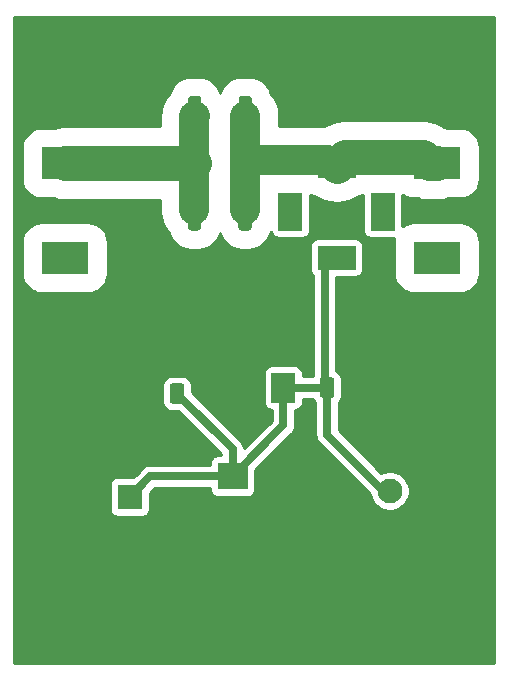
<source format=gbr>
%TF.GenerationSoftware,KiCad,Pcbnew,5.1.6-c6e7f7d~87~ubuntu20.04.1*%
%TF.CreationDate,2020-09-21T11:56:47+02:00*%
%TF.ProjectId,bias-t-extractor-smd,62696173-2d74-42d6-9578-74726163746f,rev?*%
%TF.SameCoordinates,Original*%
%TF.FileFunction,Copper,L1,Top*%
%TF.FilePolarity,Positive*%
%FSLAX46Y46*%
G04 Gerber Fmt 4.6, Leading zero omitted, Abs format (unit mm)*
G04 Created by KiCad (PCBNEW 5.1.6-c6e7f7d~87~ubuntu20.04.1) date 2020-09-21 11:56:47*
%MOMM*%
%LPD*%
G01*
G04 APERTURE LIST*
%TA.AperFunction,ComponentPad*%
%ADD10R,4.000000X2.700000*%
%TD*%
%TA.AperFunction,ComponentPad*%
%ADD11C,2.100000*%
%TD*%
%TA.AperFunction,ComponentPad*%
%ADD12R,2.100000X2.100000*%
%TD*%
%TA.AperFunction,ComponentPad*%
%ADD13C,7.500000*%
%TD*%
%TA.AperFunction,SMDPad,CuDef*%
%ADD14R,2.000000X2.500000*%
%TD*%
%TA.AperFunction,SMDPad,CuDef*%
%ADD15R,2.500000X2.300000*%
%TD*%
%TA.AperFunction,SMDPad,CuDef*%
%ADD16R,2.000000X3.200000*%
%TD*%
%TA.AperFunction,ConnectorPad*%
%ADD17R,2.000000X3.200000*%
%TD*%
%TA.AperFunction,SMDPad,CuDef*%
%ADD18R,3.200000X2.000000*%
%TD*%
%TA.AperFunction,Conductor*%
%ADD19C,0.700000*%
%TD*%
%TA.AperFunction,Conductor*%
%ADD20C,3.000000*%
%TD*%
%TA.AperFunction,Conductor*%
%ADD21C,2.500000*%
%TD*%
%TA.AperFunction,Conductor*%
%ADD22C,0.254000*%
%TD*%
G04 APERTURE END LIST*
D10*
%TO.P,J1,2*%
%TO.N,/RF-GND*%
X42000000Y-40000000D03*
%TO.P,J1,1*%
%TO.N,/RF*%
X42000000Y-32000000D03*
%TD*%
D11*
%TO.P,J2,2*%
%TO.N,/GND*%
X47500000Y-57710000D03*
D12*
%TO.P,J2,1*%
%TO.N,Net-(C2-Pad1)*%
X47500000Y-60250000D03*
%TD*%
D10*
%TO.P,J3,2*%
%TO.N,/RF-GND*%
X73500000Y-40000000D03*
%TO.P,J3,1*%
%TO.N,/RF+DC*%
X73500000Y-32000000D03*
%TD*%
D11*
%TO.P,LA1,2*%
%TO.N,Net-(C2-Pad1)*%
X69500000Y-59750000D03*
D12*
%TO.P,LA1,1*%
%TO.N,/GND*%
X69500000Y-57210000D03*
%TD*%
D13*
%TO.P,H1,1*%
%TO.N,/GND*%
X44500000Y-23500000D03*
%TD*%
%TO.P,H2,1*%
%TO.N,/GND*%
X71000000Y-70500000D03*
%TD*%
%TO.P,H3,1*%
%TO.N,/GND*%
X44500000Y-70500000D03*
%TD*%
%TO.P,H4,1*%
%TO.N,/GND*%
X71000000Y-23500000D03*
%TD*%
%TO.P,C1,1*%
%TO.N,/RF+DC*%
%TA.AperFunction,SMDPad,CuDef*%
G36*
G01*
X57812500Y-34549999D02*
X57812500Y-37450001D01*
G75*
G02*
X57562501Y-37700000I-249999J0D01*
G01*
X56937499Y-37700000D01*
G75*
G02*
X56687500Y-37450001I0J249999D01*
G01*
X56687500Y-34549999D01*
G75*
G02*
X56937499Y-34300000I249999J0D01*
G01*
X57562501Y-34300000D01*
G75*
G02*
X57812500Y-34549999I0J-249999D01*
G01*
G37*
%TD.AperFunction*%
%TO.P,C1,2*%
%TO.N,/RF*%
%TA.AperFunction,SMDPad,CuDef*%
G36*
G01*
X53537500Y-34549999D02*
X53537500Y-37450001D01*
G75*
G02*
X53287501Y-37700000I-249999J0D01*
G01*
X52662499Y-37700000D01*
G75*
G02*
X52412500Y-37450001I0J249999D01*
G01*
X52412500Y-34549999D01*
G75*
G02*
X52662499Y-34300000I249999J0D01*
G01*
X53287501Y-34300000D01*
G75*
G02*
X53537500Y-34549999I0J-249999D01*
G01*
G37*
%TD.AperFunction*%
%TD*%
%TO.P,C2,2*%
%TO.N,/GND*%
%TA.AperFunction,SMDPad,CuDef*%
G36*
G01*
X49325000Y-50875000D02*
X49325000Y-52125000D01*
G75*
G02*
X49075000Y-52375000I-250000J0D01*
G01*
X48325000Y-52375000D01*
G75*
G02*
X48075000Y-52125000I0J250000D01*
G01*
X48075000Y-50875000D01*
G75*
G02*
X48325000Y-50625000I250000J0D01*
G01*
X49075000Y-50625000D01*
G75*
G02*
X49325000Y-50875000I0J-250000D01*
G01*
G37*
%TD.AperFunction*%
%TO.P,C2,1*%
%TO.N,Net-(C2-Pad1)*%
%TA.AperFunction,SMDPad,CuDef*%
G36*
G01*
X52125000Y-50875000D02*
X52125000Y-52125000D01*
G75*
G02*
X51875000Y-52375000I-250000J0D01*
G01*
X51125000Y-52375000D01*
G75*
G02*
X50875000Y-52125000I0J250000D01*
G01*
X50875000Y-50875000D01*
G75*
G02*
X51125000Y-50625000I250000J0D01*
G01*
X51875000Y-50625000D01*
G75*
G02*
X52125000Y-50875000I0J-250000D01*
G01*
G37*
%TD.AperFunction*%
%TD*%
%TO.P,C3,1*%
%TO.N,Net-(C2-Pad1)*%
%TA.AperFunction,SMDPad,CuDef*%
G36*
G01*
X63575000Y-51625000D02*
X63575000Y-50375000D01*
G75*
G02*
X63825000Y-50125000I250000J0D01*
G01*
X64575000Y-50125000D01*
G75*
G02*
X64825000Y-50375000I0J-250000D01*
G01*
X64825000Y-51625000D01*
G75*
G02*
X64575000Y-51875000I-250000J0D01*
G01*
X63825000Y-51875000D01*
G75*
G02*
X63575000Y-51625000I0J250000D01*
G01*
G37*
%TD.AperFunction*%
%TO.P,C3,2*%
%TO.N,/GND*%
%TA.AperFunction,SMDPad,CuDef*%
G36*
G01*
X66375000Y-51625000D02*
X66375000Y-50375000D01*
G75*
G02*
X66625000Y-50125000I250000J0D01*
G01*
X67375000Y-50125000D01*
G75*
G02*
X67625000Y-50375000I0J-250000D01*
G01*
X67625000Y-51625000D01*
G75*
G02*
X67375000Y-51875000I-250000J0D01*
G01*
X66625000Y-51875000D01*
G75*
G02*
X66375000Y-51625000I0J250000D01*
G01*
G37*
%TD.AperFunction*%
%TD*%
D14*
%TO.P,C4,1*%
%TO.N,Net-(C2-Pad1)*%
X60500000Y-51000000D03*
%TO.P,C4,2*%
%TO.N,/GND*%
X55000000Y-51000000D03*
%TD*%
%TO.P,C5,1*%
%TO.N,/RF+DC*%
%TA.AperFunction,SMDPad,CuDef*%
G36*
G01*
X57812500Y-30549999D02*
X57812500Y-33450001D01*
G75*
G02*
X57562501Y-33700000I-249999J0D01*
G01*
X56937499Y-33700000D01*
G75*
G02*
X56687500Y-33450001I0J249999D01*
G01*
X56687500Y-30549999D01*
G75*
G02*
X56937499Y-30300000I249999J0D01*
G01*
X57562501Y-30300000D01*
G75*
G02*
X57812500Y-30549999I0J-249999D01*
G01*
G37*
%TD.AperFunction*%
%TO.P,C5,2*%
%TO.N,/RF*%
%TA.AperFunction,SMDPad,CuDef*%
G36*
G01*
X53537500Y-30549999D02*
X53537500Y-33450001D01*
G75*
G02*
X53287501Y-33700000I-249999J0D01*
G01*
X52662499Y-33700000D01*
G75*
G02*
X52412500Y-33450001I0J249999D01*
G01*
X52412500Y-30549999D01*
G75*
G02*
X52662499Y-30300000I249999J0D01*
G01*
X53287501Y-30300000D01*
G75*
G02*
X53537500Y-30549999I0J-249999D01*
G01*
G37*
%TD.AperFunction*%
%TD*%
%TO.P,C6,2*%
%TO.N,/RF*%
%TA.AperFunction,SMDPad,CuDef*%
G36*
G01*
X53562500Y-26549999D02*
X53562500Y-29450001D01*
G75*
G02*
X53312501Y-29700000I-249999J0D01*
G01*
X52687499Y-29700000D01*
G75*
G02*
X52437500Y-29450001I0J249999D01*
G01*
X52437500Y-26549999D01*
G75*
G02*
X52687499Y-26300000I249999J0D01*
G01*
X53312501Y-26300000D01*
G75*
G02*
X53562500Y-26549999I0J-249999D01*
G01*
G37*
%TD.AperFunction*%
%TO.P,C6,1*%
%TO.N,/RF+DC*%
%TA.AperFunction,SMDPad,CuDef*%
G36*
G01*
X57837500Y-26549999D02*
X57837500Y-29450001D01*
G75*
G02*
X57587501Y-29700000I-249999J0D01*
G01*
X56962499Y-29700000D01*
G75*
G02*
X56712500Y-29450001I0J249999D01*
G01*
X56712500Y-26549999D01*
G75*
G02*
X56962499Y-26300000I249999J0D01*
G01*
X57587501Y-26300000D01*
G75*
G02*
X57837500Y-26549999I0J-249999D01*
G01*
G37*
%TD.AperFunction*%
%TD*%
D15*
%TO.P,D1,1*%
%TO.N,Net-(C2-Pad1)*%
X56200000Y-58500000D03*
%TO.P,D1,2*%
%TO.N,/GND*%
X60500000Y-58500000D03*
%TD*%
D16*
%TO.P,L2,4*%
%TO.N,N/C*%
X68900000Y-36100000D03*
D17*
%TO.P,L2,3*%
X61100000Y-36100000D03*
D18*
%TO.P,L2,2*%
%TO.N,Net-(C2-Pad1)*%
X65000000Y-40000000D03*
%TO.P,L2,1*%
%TO.N,/RF+DC*%
X65000000Y-32200000D03*
%TD*%
D19*
%TO.N,/RF+DC*%
X64200000Y-32000000D02*
X64000000Y-32200000D01*
X57450000Y-32200000D02*
X57250000Y-32000000D01*
D20*
X72300001Y-31499999D02*
X65700001Y-31499999D01*
X72800002Y-32000000D02*
X72300001Y-31499999D01*
X73500000Y-32000000D02*
X72800002Y-32000000D01*
X65000000Y-32200000D02*
X65700001Y-31499999D01*
D21*
X57500001Y-31749999D02*
X57250000Y-32000000D01*
X64300001Y-31749999D02*
X57500001Y-31749999D01*
X64750002Y-32200000D02*
X64300001Y-31749999D01*
X65000000Y-32200000D02*
X64750002Y-32200000D01*
X57275000Y-31975000D02*
X57250000Y-32000000D01*
X57275000Y-28000000D02*
X57275000Y-31975000D01*
X57250000Y-32000000D02*
X57250000Y-36000000D01*
D20*
%TO.N,/RF*%
X52975000Y-32000000D02*
X42000000Y-32000000D01*
D21*
X52975000Y-36000000D02*
X52975000Y-32000000D01*
X52975000Y-28025000D02*
X53000000Y-28000000D01*
X52975000Y-32000000D02*
X52975000Y-28025000D01*
D19*
%TO.N,/GND*%
X67000000Y-54710000D02*
X69500000Y-57210000D01*
X67000000Y-51000000D02*
X67000000Y-54710000D01*
X48700000Y-56510000D02*
X47500000Y-57710000D01*
X48700000Y-51500000D02*
X48700000Y-56510000D01*
%TO.N,Net-(C2-Pad1)*%
X64000000Y-50800000D02*
X64200000Y-51000000D01*
X64000000Y-40000000D02*
X64000000Y-50800000D01*
X64200000Y-51000000D02*
X60500000Y-51000000D01*
X68949998Y-59750000D02*
X69500000Y-59750000D01*
X64200000Y-55000002D02*
X68949998Y-59750000D01*
X64200000Y-51000000D02*
X64200000Y-55000002D01*
X60500000Y-54200000D02*
X56200000Y-58500000D01*
X60500000Y-51000000D02*
X60500000Y-54200000D01*
X56200000Y-56200000D02*
X51500000Y-51500000D01*
X56200000Y-58500000D02*
X56200000Y-56200000D01*
X49250000Y-58500000D02*
X47500000Y-60250000D01*
X56200000Y-58500000D02*
X49250000Y-58500000D01*
%TD*%
D22*
%TO.N,/GND*%
G36*
X78340001Y-74340000D02*
G01*
X37660000Y-74340000D01*
X37660000Y-59200000D01*
X45811928Y-59200000D01*
X45811928Y-61300000D01*
X45824188Y-61424482D01*
X45860498Y-61544180D01*
X45919463Y-61654494D01*
X45998815Y-61751185D01*
X46095506Y-61830537D01*
X46205820Y-61889502D01*
X46325518Y-61925812D01*
X46450000Y-61938072D01*
X48550000Y-61938072D01*
X48674482Y-61925812D01*
X48794180Y-61889502D01*
X48904494Y-61830537D01*
X49001185Y-61751185D01*
X49080537Y-61654494D01*
X49139502Y-61544180D01*
X49175812Y-61424482D01*
X49188072Y-61300000D01*
X49188072Y-59954929D01*
X49658001Y-59485000D01*
X54311928Y-59485000D01*
X54311928Y-59650000D01*
X54324188Y-59774482D01*
X54360498Y-59894180D01*
X54419463Y-60004494D01*
X54498815Y-60101185D01*
X54595506Y-60180537D01*
X54705820Y-60239502D01*
X54825518Y-60275812D01*
X54950000Y-60288072D01*
X57450000Y-60288072D01*
X57574482Y-60275812D01*
X57694180Y-60239502D01*
X57804494Y-60180537D01*
X57901185Y-60101185D01*
X57980537Y-60004494D01*
X58039502Y-59894180D01*
X58075812Y-59774482D01*
X58088072Y-59650000D01*
X58088072Y-58004928D01*
X61162284Y-54930716D01*
X61199870Y-54899870D01*
X61322960Y-54749884D01*
X61414424Y-54578767D01*
X61470747Y-54393094D01*
X61485000Y-54248380D01*
X61489765Y-54200001D01*
X61485000Y-54151621D01*
X61485000Y-52888072D01*
X61500000Y-52888072D01*
X61624482Y-52875812D01*
X61744180Y-52839502D01*
X61854494Y-52780537D01*
X61951185Y-52701185D01*
X62030537Y-52604494D01*
X62089502Y-52494180D01*
X62125812Y-52374482D01*
X62138072Y-52250000D01*
X62138072Y-51985000D01*
X63015298Y-51985000D01*
X63086595Y-52118386D01*
X63197038Y-52252962D01*
X63215000Y-52267703D01*
X63215001Y-54951612D01*
X63210235Y-55000002D01*
X63229253Y-55193095D01*
X63285576Y-55378768D01*
X63285577Y-55378769D01*
X63377041Y-55549886D01*
X63500131Y-55699872D01*
X63537711Y-55730713D01*
X67837855Y-60030858D01*
X67879754Y-60241496D01*
X68006772Y-60548147D01*
X68191175Y-60824125D01*
X68425875Y-61058825D01*
X68701853Y-61243228D01*
X69008504Y-61370246D01*
X69334042Y-61435000D01*
X69665958Y-61435000D01*
X69991496Y-61370246D01*
X70298147Y-61243228D01*
X70574125Y-61058825D01*
X70808825Y-60824125D01*
X70993228Y-60548147D01*
X71120246Y-60241496D01*
X71185000Y-59915958D01*
X71185000Y-59584042D01*
X71120246Y-59258504D01*
X70993228Y-58951853D01*
X70808825Y-58675875D01*
X70574125Y-58441175D01*
X70298147Y-58256772D01*
X69991496Y-58129754D01*
X69665958Y-58065000D01*
X69334042Y-58065000D01*
X69008504Y-58129754D01*
X68806447Y-58213448D01*
X65185000Y-54592002D01*
X65185000Y-52267703D01*
X65202962Y-52252962D01*
X65313405Y-52118386D01*
X65395472Y-51964850D01*
X65446008Y-51798254D01*
X65463072Y-51625000D01*
X65463072Y-50375000D01*
X65446008Y-50201746D01*
X65395472Y-50035150D01*
X65313405Y-49881614D01*
X65202962Y-49747038D01*
X65068386Y-49636595D01*
X64985000Y-49592024D01*
X64985000Y-41638072D01*
X66600000Y-41638072D01*
X66724482Y-41625812D01*
X66844180Y-41589502D01*
X66954494Y-41530537D01*
X67051185Y-41451185D01*
X67130537Y-41354494D01*
X67189502Y-41244180D01*
X67225812Y-41124482D01*
X67238072Y-41000000D01*
X67238072Y-39000000D01*
X67225812Y-38875518D01*
X67189502Y-38755820D01*
X67130537Y-38645506D01*
X67051185Y-38548815D01*
X66954494Y-38469463D01*
X66844180Y-38410498D01*
X66724482Y-38374188D01*
X66600000Y-38361928D01*
X63400000Y-38361928D01*
X63275518Y-38374188D01*
X63155820Y-38410498D01*
X63045506Y-38469463D01*
X62948815Y-38548815D01*
X62869463Y-38645506D01*
X62810498Y-38755820D01*
X62774188Y-38875518D01*
X62761928Y-39000000D01*
X62761928Y-41000000D01*
X62774188Y-41124482D01*
X62810498Y-41244180D01*
X62869463Y-41354494D01*
X62948815Y-41451185D01*
X63015000Y-41505502D01*
X63015001Y-50015000D01*
X62138072Y-50015000D01*
X62138072Y-49750000D01*
X62125812Y-49625518D01*
X62089502Y-49505820D01*
X62030537Y-49395506D01*
X61951185Y-49298815D01*
X61854494Y-49219463D01*
X61744180Y-49160498D01*
X61624482Y-49124188D01*
X61500000Y-49111928D01*
X59500000Y-49111928D01*
X59375518Y-49124188D01*
X59255820Y-49160498D01*
X59145506Y-49219463D01*
X59048815Y-49298815D01*
X58969463Y-49395506D01*
X58910498Y-49505820D01*
X58874188Y-49625518D01*
X58861928Y-49750000D01*
X58861928Y-52250000D01*
X58874188Y-52374482D01*
X58910498Y-52494180D01*
X58969463Y-52604494D01*
X59048815Y-52701185D01*
X59145506Y-52780537D01*
X59255820Y-52839502D01*
X59375518Y-52875812D01*
X59500000Y-52888072D01*
X59515001Y-52888072D01*
X59515001Y-53791999D01*
X57182344Y-56124656D01*
X57170747Y-56006906D01*
X57114424Y-55821233D01*
X57022960Y-55650116D01*
X56899870Y-55500130D01*
X56862290Y-55469289D01*
X52763072Y-51370072D01*
X52763072Y-50875000D01*
X52746008Y-50701746D01*
X52695472Y-50535150D01*
X52613405Y-50381614D01*
X52502962Y-50247038D01*
X52368386Y-50136595D01*
X52214850Y-50054528D01*
X52048254Y-50003992D01*
X51875000Y-49986928D01*
X51125000Y-49986928D01*
X50951746Y-50003992D01*
X50785150Y-50054528D01*
X50631614Y-50136595D01*
X50497038Y-50247038D01*
X50386595Y-50381614D01*
X50304528Y-50535150D01*
X50253992Y-50701746D01*
X50236928Y-50875000D01*
X50236928Y-52125000D01*
X50253992Y-52298254D01*
X50304528Y-52464850D01*
X50386595Y-52618386D01*
X50497038Y-52752962D01*
X50631614Y-52863405D01*
X50785150Y-52945472D01*
X50951746Y-52996008D01*
X51125000Y-53013072D01*
X51620072Y-53013072D01*
X55215001Y-56608002D01*
X55215001Y-56711928D01*
X54950000Y-56711928D01*
X54825518Y-56724188D01*
X54705820Y-56760498D01*
X54595506Y-56819463D01*
X54498815Y-56898815D01*
X54419463Y-56995506D01*
X54360498Y-57105820D01*
X54324188Y-57225518D01*
X54311928Y-57350000D01*
X54311928Y-57515000D01*
X49298380Y-57515000D01*
X49250000Y-57510235D01*
X49201620Y-57515000D01*
X49056906Y-57529253D01*
X48871233Y-57585576D01*
X48700116Y-57677040D01*
X48550130Y-57800130D01*
X48519289Y-57837710D01*
X47795071Y-58561928D01*
X46450000Y-58561928D01*
X46325518Y-58574188D01*
X46205820Y-58610498D01*
X46095506Y-58669463D01*
X45998815Y-58748815D01*
X45919463Y-58845506D01*
X45860498Y-58955820D01*
X45824188Y-59075518D01*
X45811928Y-59200000D01*
X37660000Y-59200000D01*
X37660000Y-38650000D01*
X38365128Y-38650000D01*
X38365128Y-41350000D01*
X38396542Y-41668948D01*
X38489575Y-41975638D01*
X38640654Y-42258286D01*
X38843971Y-42506029D01*
X39091714Y-42709346D01*
X39374362Y-42860425D01*
X39681052Y-42953458D01*
X40000000Y-42984872D01*
X44000000Y-42984872D01*
X44318948Y-42953458D01*
X44625638Y-42860425D01*
X44908286Y-42709346D01*
X45156029Y-42506029D01*
X45359346Y-42258286D01*
X45510425Y-41975638D01*
X45603458Y-41668948D01*
X45634872Y-41350000D01*
X45634872Y-38650000D01*
X45603458Y-38331052D01*
X45510425Y-38024362D01*
X45359346Y-37741714D01*
X45156029Y-37493971D01*
X44908286Y-37290654D01*
X44625638Y-37139575D01*
X44318948Y-37046542D01*
X44000000Y-37015128D01*
X40000000Y-37015128D01*
X39681052Y-37046542D01*
X39374362Y-37139575D01*
X39091714Y-37290654D01*
X38843971Y-37493971D01*
X38640654Y-37741714D01*
X38489575Y-38024362D01*
X38396542Y-38331052D01*
X38365128Y-38650000D01*
X37660000Y-38650000D01*
X37660000Y-30650000D01*
X38365128Y-30650000D01*
X38365128Y-33350000D01*
X38396542Y-33668948D01*
X38489575Y-33975638D01*
X38640654Y-34258286D01*
X38843971Y-34506029D01*
X39091714Y-34709346D01*
X39374362Y-34860425D01*
X39681052Y-34953458D01*
X40000000Y-34984872D01*
X41067620Y-34984872D01*
X41387001Y-35081755D01*
X41846382Y-35127000D01*
X50098000Y-35127000D01*
X50098000Y-36141332D01*
X50139628Y-36563990D01*
X50304138Y-37106306D01*
X50571288Y-37606108D01*
X50854240Y-37950886D01*
X50921105Y-38171310D01*
X51095286Y-38497179D01*
X51329694Y-38782806D01*
X51615321Y-39017214D01*
X51941190Y-39191395D01*
X52294779Y-39298655D01*
X52662499Y-39334872D01*
X53287501Y-39334872D01*
X53655221Y-39298655D01*
X54008810Y-39191395D01*
X54334679Y-39017214D01*
X54620306Y-38782806D01*
X54854714Y-38497179D01*
X55028895Y-38171310D01*
X55095760Y-37950886D01*
X55112500Y-37930488D01*
X55129240Y-37950886D01*
X55196105Y-38171310D01*
X55370286Y-38497179D01*
X55604694Y-38782806D01*
X55890321Y-39017214D01*
X56216190Y-39191395D01*
X56569779Y-39298655D01*
X56937499Y-39334872D01*
X57562501Y-39334872D01*
X57930221Y-39298655D01*
X58283810Y-39191395D01*
X58609679Y-39017214D01*
X58895306Y-38782806D01*
X59129714Y-38497179D01*
X59303895Y-38171310D01*
X59370759Y-37950888D01*
X59474272Y-37824758D01*
X59510498Y-37944180D01*
X59569463Y-38054494D01*
X59648815Y-38151185D01*
X59745506Y-38230537D01*
X59855820Y-38289502D01*
X59975518Y-38325812D01*
X60100000Y-38338072D01*
X62100000Y-38338072D01*
X62224482Y-38325812D01*
X62344180Y-38289502D01*
X62454494Y-38230537D01*
X62551185Y-38151185D01*
X62630537Y-38054494D01*
X62689502Y-37944180D01*
X62725812Y-37824482D01*
X62738072Y-37700000D01*
X62738072Y-34691028D01*
X62774362Y-34710425D01*
X63081052Y-34803458D01*
X63272534Y-34822318D01*
X63797559Y-35102949D01*
X64387001Y-35281755D01*
X65000000Y-35342129D01*
X65612999Y-35281755D01*
X66202441Y-35102949D01*
X66727466Y-34822318D01*
X66918948Y-34803458D01*
X67225638Y-34710425D01*
X67261928Y-34691028D01*
X67261928Y-37700000D01*
X67274188Y-37824482D01*
X67310498Y-37944180D01*
X67369463Y-38054494D01*
X67448815Y-38151185D01*
X67545506Y-38230537D01*
X67655820Y-38289502D01*
X67775518Y-38325812D01*
X67900000Y-38338072D01*
X69895851Y-38338072D01*
X69865128Y-38650000D01*
X69865128Y-41350000D01*
X69896542Y-41668948D01*
X69989575Y-41975638D01*
X70140654Y-42258286D01*
X70343971Y-42506029D01*
X70591714Y-42709346D01*
X70874362Y-42860425D01*
X71181052Y-42953458D01*
X71500000Y-42984872D01*
X75500000Y-42984872D01*
X75818948Y-42953458D01*
X76125638Y-42860425D01*
X76408286Y-42709346D01*
X76656029Y-42506029D01*
X76859346Y-42258286D01*
X77010425Y-41975638D01*
X77103458Y-41668948D01*
X77134872Y-41350000D01*
X77134872Y-38650000D01*
X77103458Y-38331052D01*
X77010425Y-38024362D01*
X76859346Y-37741714D01*
X76656029Y-37493971D01*
X76408286Y-37290654D01*
X76125638Y-37139575D01*
X75818948Y-37046542D01*
X75500000Y-37015128D01*
X71500000Y-37015128D01*
X71181052Y-37046542D01*
X70874362Y-37139575D01*
X70591714Y-37290654D01*
X70538072Y-37334677D01*
X70538072Y-34665323D01*
X70591714Y-34709346D01*
X70874362Y-34860425D01*
X71181052Y-34953458D01*
X71500000Y-34984872D01*
X71867622Y-34984872D01*
X72187003Y-35081755D01*
X72646384Y-35127000D01*
X72646391Y-35127000D01*
X72800001Y-35142129D01*
X72953611Y-35127000D01*
X73653618Y-35127000D01*
X74112999Y-35081755D01*
X74432380Y-34984872D01*
X75500000Y-34984872D01*
X75818948Y-34953458D01*
X76125638Y-34860425D01*
X76408286Y-34709346D01*
X76656029Y-34506029D01*
X76859346Y-34258286D01*
X77010425Y-33975638D01*
X77103458Y-33668948D01*
X77134872Y-33350000D01*
X77134872Y-30650000D01*
X77103458Y-30331052D01*
X77010425Y-30024362D01*
X76859346Y-29741714D01*
X76656029Y-29493971D01*
X76408286Y-29290654D01*
X76125638Y-29139575D01*
X75818948Y-29046542D01*
X75500000Y-29015128D01*
X74432380Y-29015128D01*
X74112999Y-28918245D01*
X74079186Y-28914915D01*
X74045675Y-28887413D01*
X73502442Y-28597049D01*
X72913000Y-28418244D01*
X72453619Y-28372999D01*
X72453611Y-28372999D01*
X72300001Y-28357870D01*
X72146391Y-28372999D01*
X65853611Y-28372999D01*
X65700001Y-28357870D01*
X65546391Y-28372999D01*
X65546383Y-28372999D01*
X65140699Y-28412955D01*
X65087001Y-28418244D01*
X64949812Y-28459860D01*
X64497560Y-28597049D01*
X63981294Y-28872999D01*
X60152000Y-28872999D01*
X60152000Y-27858667D01*
X60110372Y-27436009D01*
X59945862Y-26893693D01*
X59678712Y-26393891D01*
X59395760Y-26049114D01*
X59328895Y-25828690D01*
X59154714Y-25502821D01*
X58920306Y-25217194D01*
X58634679Y-24982786D01*
X58308810Y-24808605D01*
X57955221Y-24701345D01*
X57587501Y-24665128D01*
X56962499Y-24665128D01*
X56594779Y-24701345D01*
X56241190Y-24808605D01*
X55915321Y-24982786D01*
X55629694Y-25217194D01*
X55395286Y-25502821D01*
X55221105Y-25828690D01*
X55154240Y-26049114D01*
X55137500Y-26069512D01*
X55120760Y-26049115D01*
X55053895Y-25828690D01*
X54879714Y-25502821D01*
X54645306Y-25217194D01*
X54359679Y-24982786D01*
X54033810Y-24808605D01*
X53680221Y-24701345D01*
X53312501Y-24665128D01*
X52687499Y-24665128D01*
X52319779Y-24701345D01*
X51966190Y-24808605D01*
X51640321Y-24982786D01*
X51354694Y-25217194D01*
X51120286Y-25502821D01*
X50946105Y-25828690D01*
X50881869Y-26040448D01*
X50571289Y-26418891D01*
X50304139Y-26918693D01*
X50147213Y-27436010D01*
X50139629Y-27461010D01*
X50084081Y-28025000D01*
X50098001Y-28166332D01*
X50098001Y-28873000D01*
X41846382Y-28873000D01*
X41387001Y-28918245D01*
X41067620Y-29015128D01*
X40000000Y-29015128D01*
X39681052Y-29046542D01*
X39374362Y-29139575D01*
X39091714Y-29290654D01*
X38843971Y-29493971D01*
X38640654Y-29741714D01*
X38489575Y-30024362D01*
X38396542Y-30331052D01*
X38365128Y-30650000D01*
X37660000Y-30650000D01*
X37660000Y-19660000D01*
X78340000Y-19660000D01*
X78340001Y-74340000D01*
G37*
X78340001Y-74340000D02*
X37660000Y-74340000D01*
X37660000Y-59200000D01*
X45811928Y-59200000D01*
X45811928Y-61300000D01*
X45824188Y-61424482D01*
X45860498Y-61544180D01*
X45919463Y-61654494D01*
X45998815Y-61751185D01*
X46095506Y-61830537D01*
X46205820Y-61889502D01*
X46325518Y-61925812D01*
X46450000Y-61938072D01*
X48550000Y-61938072D01*
X48674482Y-61925812D01*
X48794180Y-61889502D01*
X48904494Y-61830537D01*
X49001185Y-61751185D01*
X49080537Y-61654494D01*
X49139502Y-61544180D01*
X49175812Y-61424482D01*
X49188072Y-61300000D01*
X49188072Y-59954929D01*
X49658001Y-59485000D01*
X54311928Y-59485000D01*
X54311928Y-59650000D01*
X54324188Y-59774482D01*
X54360498Y-59894180D01*
X54419463Y-60004494D01*
X54498815Y-60101185D01*
X54595506Y-60180537D01*
X54705820Y-60239502D01*
X54825518Y-60275812D01*
X54950000Y-60288072D01*
X57450000Y-60288072D01*
X57574482Y-60275812D01*
X57694180Y-60239502D01*
X57804494Y-60180537D01*
X57901185Y-60101185D01*
X57980537Y-60004494D01*
X58039502Y-59894180D01*
X58075812Y-59774482D01*
X58088072Y-59650000D01*
X58088072Y-58004928D01*
X61162284Y-54930716D01*
X61199870Y-54899870D01*
X61322960Y-54749884D01*
X61414424Y-54578767D01*
X61470747Y-54393094D01*
X61485000Y-54248380D01*
X61489765Y-54200001D01*
X61485000Y-54151621D01*
X61485000Y-52888072D01*
X61500000Y-52888072D01*
X61624482Y-52875812D01*
X61744180Y-52839502D01*
X61854494Y-52780537D01*
X61951185Y-52701185D01*
X62030537Y-52604494D01*
X62089502Y-52494180D01*
X62125812Y-52374482D01*
X62138072Y-52250000D01*
X62138072Y-51985000D01*
X63015298Y-51985000D01*
X63086595Y-52118386D01*
X63197038Y-52252962D01*
X63215000Y-52267703D01*
X63215001Y-54951612D01*
X63210235Y-55000002D01*
X63229253Y-55193095D01*
X63285576Y-55378768D01*
X63285577Y-55378769D01*
X63377041Y-55549886D01*
X63500131Y-55699872D01*
X63537711Y-55730713D01*
X67837855Y-60030858D01*
X67879754Y-60241496D01*
X68006772Y-60548147D01*
X68191175Y-60824125D01*
X68425875Y-61058825D01*
X68701853Y-61243228D01*
X69008504Y-61370246D01*
X69334042Y-61435000D01*
X69665958Y-61435000D01*
X69991496Y-61370246D01*
X70298147Y-61243228D01*
X70574125Y-61058825D01*
X70808825Y-60824125D01*
X70993228Y-60548147D01*
X71120246Y-60241496D01*
X71185000Y-59915958D01*
X71185000Y-59584042D01*
X71120246Y-59258504D01*
X70993228Y-58951853D01*
X70808825Y-58675875D01*
X70574125Y-58441175D01*
X70298147Y-58256772D01*
X69991496Y-58129754D01*
X69665958Y-58065000D01*
X69334042Y-58065000D01*
X69008504Y-58129754D01*
X68806447Y-58213448D01*
X65185000Y-54592002D01*
X65185000Y-52267703D01*
X65202962Y-52252962D01*
X65313405Y-52118386D01*
X65395472Y-51964850D01*
X65446008Y-51798254D01*
X65463072Y-51625000D01*
X65463072Y-50375000D01*
X65446008Y-50201746D01*
X65395472Y-50035150D01*
X65313405Y-49881614D01*
X65202962Y-49747038D01*
X65068386Y-49636595D01*
X64985000Y-49592024D01*
X64985000Y-41638072D01*
X66600000Y-41638072D01*
X66724482Y-41625812D01*
X66844180Y-41589502D01*
X66954494Y-41530537D01*
X67051185Y-41451185D01*
X67130537Y-41354494D01*
X67189502Y-41244180D01*
X67225812Y-41124482D01*
X67238072Y-41000000D01*
X67238072Y-39000000D01*
X67225812Y-38875518D01*
X67189502Y-38755820D01*
X67130537Y-38645506D01*
X67051185Y-38548815D01*
X66954494Y-38469463D01*
X66844180Y-38410498D01*
X66724482Y-38374188D01*
X66600000Y-38361928D01*
X63400000Y-38361928D01*
X63275518Y-38374188D01*
X63155820Y-38410498D01*
X63045506Y-38469463D01*
X62948815Y-38548815D01*
X62869463Y-38645506D01*
X62810498Y-38755820D01*
X62774188Y-38875518D01*
X62761928Y-39000000D01*
X62761928Y-41000000D01*
X62774188Y-41124482D01*
X62810498Y-41244180D01*
X62869463Y-41354494D01*
X62948815Y-41451185D01*
X63015000Y-41505502D01*
X63015001Y-50015000D01*
X62138072Y-50015000D01*
X62138072Y-49750000D01*
X62125812Y-49625518D01*
X62089502Y-49505820D01*
X62030537Y-49395506D01*
X61951185Y-49298815D01*
X61854494Y-49219463D01*
X61744180Y-49160498D01*
X61624482Y-49124188D01*
X61500000Y-49111928D01*
X59500000Y-49111928D01*
X59375518Y-49124188D01*
X59255820Y-49160498D01*
X59145506Y-49219463D01*
X59048815Y-49298815D01*
X58969463Y-49395506D01*
X58910498Y-49505820D01*
X58874188Y-49625518D01*
X58861928Y-49750000D01*
X58861928Y-52250000D01*
X58874188Y-52374482D01*
X58910498Y-52494180D01*
X58969463Y-52604494D01*
X59048815Y-52701185D01*
X59145506Y-52780537D01*
X59255820Y-52839502D01*
X59375518Y-52875812D01*
X59500000Y-52888072D01*
X59515001Y-52888072D01*
X59515001Y-53791999D01*
X57182344Y-56124656D01*
X57170747Y-56006906D01*
X57114424Y-55821233D01*
X57022960Y-55650116D01*
X56899870Y-55500130D01*
X56862290Y-55469289D01*
X52763072Y-51370072D01*
X52763072Y-50875000D01*
X52746008Y-50701746D01*
X52695472Y-50535150D01*
X52613405Y-50381614D01*
X52502962Y-50247038D01*
X52368386Y-50136595D01*
X52214850Y-50054528D01*
X52048254Y-50003992D01*
X51875000Y-49986928D01*
X51125000Y-49986928D01*
X50951746Y-50003992D01*
X50785150Y-50054528D01*
X50631614Y-50136595D01*
X50497038Y-50247038D01*
X50386595Y-50381614D01*
X50304528Y-50535150D01*
X50253992Y-50701746D01*
X50236928Y-50875000D01*
X50236928Y-52125000D01*
X50253992Y-52298254D01*
X50304528Y-52464850D01*
X50386595Y-52618386D01*
X50497038Y-52752962D01*
X50631614Y-52863405D01*
X50785150Y-52945472D01*
X50951746Y-52996008D01*
X51125000Y-53013072D01*
X51620072Y-53013072D01*
X55215001Y-56608002D01*
X55215001Y-56711928D01*
X54950000Y-56711928D01*
X54825518Y-56724188D01*
X54705820Y-56760498D01*
X54595506Y-56819463D01*
X54498815Y-56898815D01*
X54419463Y-56995506D01*
X54360498Y-57105820D01*
X54324188Y-57225518D01*
X54311928Y-57350000D01*
X54311928Y-57515000D01*
X49298380Y-57515000D01*
X49250000Y-57510235D01*
X49201620Y-57515000D01*
X49056906Y-57529253D01*
X48871233Y-57585576D01*
X48700116Y-57677040D01*
X48550130Y-57800130D01*
X48519289Y-57837710D01*
X47795071Y-58561928D01*
X46450000Y-58561928D01*
X46325518Y-58574188D01*
X46205820Y-58610498D01*
X46095506Y-58669463D01*
X45998815Y-58748815D01*
X45919463Y-58845506D01*
X45860498Y-58955820D01*
X45824188Y-59075518D01*
X45811928Y-59200000D01*
X37660000Y-59200000D01*
X37660000Y-38650000D01*
X38365128Y-38650000D01*
X38365128Y-41350000D01*
X38396542Y-41668948D01*
X38489575Y-41975638D01*
X38640654Y-42258286D01*
X38843971Y-42506029D01*
X39091714Y-42709346D01*
X39374362Y-42860425D01*
X39681052Y-42953458D01*
X40000000Y-42984872D01*
X44000000Y-42984872D01*
X44318948Y-42953458D01*
X44625638Y-42860425D01*
X44908286Y-42709346D01*
X45156029Y-42506029D01*
X45359346Y-42258286D01*
X45510425Y-41975638D01*
X45603458Y-41668948D01*
X45634872Y-41350000D01*
X45634872Y-38650000D01*
X45603458Y-38331052D01*
X45510425Y-38024362D01*
X45359346Y-37741714D01*
X45156029Y-37493971D01*
X44908286Y-37290654D01*
X44625638Y-37139575D01*
X44318948Y-37046542D01*
X44000000Y-37015128D01*
X40000000Y-37015128D01*
X39681052Y-37046542D01*
X39374362Y-37139575D01*
X39091714Y-37290654D01*
X38843971Y-37493971D01*
X38640654Y-37741714D01*
X38489575Y-38024362D01*
X38396542Y-38331052D01*
X38365128Y-38650000D01*
X37660000Y-38650000D01*
X37660000Y-30650000D01*
X38365128Y-30650000D01*
X38365128Y-33350000D01*
X38396542Y-33668948D01*
X38489575Y-33975638D01*
X38640654Y-34258286D01*
X38843971Y-34506029D01*
X39091714Y-34709346D01*
X39374362Y-34860425D01*
X39681052Y-34953458D01*
X40000000Y-34984872D01*
X41067620Y-34984872D01*
X41387001Y-35081755D01*
X41846382Y-35127000D01*
X50098000Y-35127000D01*
X50098000Y-36141332D01*
X50139628Y-36563990D01*
X50304138Y-37106306D01*
X50571288Y-37606108D01*
X50854240Y-37950886D01*
X50921105Y-38171310D01*
X51095286Y-38497179D01*
X51329694Y-38782806D01*
X51615321Y-39017214D01*
X51941190Y-39191395D01*
X52294779Y-39298655D01*
X52662499Y-39334872D01*
X53287501Y-39334872D01*
X53655221Y-39298655D01*
X54008810Y-39191395D01*
X54334679Y-39017214D01*
X54620306Y-38782806D01*
X54854714Y-38497179D01*
X55028895Y-38171310D01*
X55095760Y-37950886D01*
X55112500Y-37930488D01*
X55129240Y-37950886D01*
X55196105Y-38171310D01*
X55370286Y-38497179D01*
X55604694Y-38782806D01*
X55890321Y-39017214D01*
X56216190Y-39191395D01*
X56569779Y-39298655D01*
X56937499Y-39334872D01*
X57562501Y-39334872D01*
X57930221Y-39298655D01*
X58283810Y-39191395D01*
X58609679Y-39017214D01*
X58895306Y-38782806D01*
X59129714Y-38497179D01*
X59303895Y-38171310D01*
X59370759Y-37950888D01*
X59474272Y-37824758D01*
X59510498Y-37944180D01*
X59569463Y-38054494D01*
X59648815Y-38151185D01*
X59745506Y-38230537D01*
X59855820Y-38289502D01*
X59975518Y-38325812D01*
X60100000Y-38338072D01*
X62100000Y-38338072D01*
X62224482Y-38325812D01*
X62344180Y-38289502D01*
X62454494Y-38230537D01*
X62551185Y-38151185D01*
X62630537Y-38054494D01*
X62689502Y-37944180D01*
X62725812Y-37824482D01*
X62738072Y-37700000D01*
X62738072Y-34691028D01*
X62774362Y-34710425D01*
X63081052Y-34803458D01*
X63272534Y-34822318D01*
X63797559Y-35102949D01*
X64387001Y-35281755D01*
X65000000Y-35342129D01*
X65612999Y-35281755D01*
X66202441Y-35102949D01*
X66727466Y-34822318D01*
X66918948Y-34803458D01*
X67225638Y-34710425D01*
X67261928Y-34691028D01*
X67261928Y-37700000D01*
X67274188Y-37824482D01*
X67310498Y-37944180D01*
X67369463Y-38054494D01*
X67448815Y-38151185D01*
X67545506Y-38230537D01*
X67655820Y-38289502D01*
X67775518Y-38325812D01*
X67900000Y-38338072D01*
X69895851Y-38338072D01*
X69865128Y-38650000D01*
X69865128Y-41350000D01*
X69896542Y-41668948D01*
X69989575Y-41975638D01*
X70140654Y-42258286D01*
X70343971Y-42506029D01*
X70591714Y-42709346D01*
X70874362Y-42860425D01*
X71181052Y-42953458D01*
X71500000Y-42984872D01*
X75500000Y-42984872D01*
X75818948Y-42953458D01*
X76125638Y-42860425D01*
X76408286Y-42709346D01*
X76656029Y-42506029D01*
X76859346Y-42258286D01*
X77010425Y-41975638D01*
X77103458Y-41668948D01*
X77134872Y-41350000D01*
X77134872Y-38650000D01*
X77103458Y-38331052D01*
X77010425Y-38024362D01*
X76859346Y-37741714D01*
X76656029Y-37493971D01*
X76408286Y-37290654D01*
X76125638Y-37139575D01*
X75818948Y-37046542D01*
X75500000Y-37015128D01*
X71500000Y-37015128D01*
X71181052Y-37046542D01*
X70874362Y-37139575D01*
X70591714Y-37290654D01*
X70538072Y-37334677D01*
X70538072Y-34665323D01*
X70591714Y-34709346D01*
X70874362Y-34860425D01*
X71181052Y-34953458D01*
X71500000Y-34984872D01*
X71867622Y-34984872D01*
X72187003Y-35081755D01*
X72646384Y-35127000D01*
X72646391Y-35127000D01*
X72800001Y-35142129D01*
X72953611Y-35127000D01*
X73653618Y-35127000D01*
X74112999Y-35081755D01*
X74432380Y-34984872D01*
X75500000Y-34984872D01*
X75818948Y-34953458D01*
X76125638Y-34860425D01*
X76408286Y-34709346D01*
X76656029Y-34506029D01*
X76859346Y-34258286D01*
X77010425Y-33975638D01*
X77103458Y-33668948D01*
X77134872Y-33350000D01*
X77134872Y-30650000D01*
X77103458Y-30331052D01*
X77010425Y-30024362D01*
X76859346Y-29741714D01*
X76656029Y-29493971D01*
X76408286Y-29290654D01*
X76125638Y-29139575D01*
X75818948Y-29046542D01*
X75500000Y-29015128D01*
X74432380Y-29015128D01*
X74112999Y-28918245D01*
X74079186Y-28914915D01*
X74045675Y-28887413D01*
X73502442Y-28597049D01*
X72913000Y-28418244D01*
X72453619Y-28372999D01*
X72453611Y-28372999D01*
X72300001Y-28357870D01*
X72146391Y-28372999D01*
X65853611Y-28372999D01*
X65700001Y-28357870D01*
X65546391Y-28372999D01*
X65546383Y-28372999D01*
X65140699Y-28412955D01*
X65087001Y-28418244D01*
X64949812Y-28459860D01*
X64497560Y-28597049D01*
X63981294Y-28872999D01*
X60152000Y-28872999D01*
X60152000Y-27858667D01*
X60110372Y-27436009D01*
X59945862Y-26893693D01*
X59678712Y-26393891D01*
X59395760Y-26049114D01*
X59328895Y-25828690D01*
X59154714Y-25502821D01*
X58920306Y-25217194D01*
X58634679Y-24982786D01*
X58308810Y-24808605D01*
X57955221Y-24701345D01*
X57587501Y-24665128D01*
X56962499Y-24665128D01*
X56594779Y-24701345D01*
X56241190Y-24808605D01*
X55915321Y-24982786D01*
X55629694Y-25217194D01*
X55395286Y-25502821D01*
X55221105Y-25828690D01*
X55154240Y-26049114D01*
X55137500Y-26069512D01*
X55120760Y-26049115D01*
X55053895Y-25828690D01*
X54879714Y-25502821D01*
X54645306Y-25217194D01*
X54359679Y-24982786D01*
X54033810Y-24808605D01*
X53680221Y-24701345D01*
X53312501Y-24665128D01*
X52687499Y-24665128D01*
X52319779Y-24701345D01*
X51966190Y-24808605D01*
X51640321Y-24982786D01*
X51354694Y-25217194D01*
X51120286Y-25502821D01*
X50946105Y-25828690D01*
X50881869Y-26040448D01*
X50571289Y-26418891D01*
X50304139Y-26918693D01*
X50147213Y-27436010D01*
X50139629Y-27461010D01*
X50084081Y-28025000D01*
X50098001Y-28166332D01*
X50098001Y-28873000D01*
X41846382Y-28873000D01*
X41387001Y-28918245D01*
X41067620Y-29015128D01*
X40000000Y-29015128D01*
X39681052Y-29046542D01*
X39374362Y-29139575D01*
X39091714Y-29290654D01*
X38843971Y-29493971D01*
X38640654Y-29741714D01*
X38489575Y-30024362D01*
X38396542Y-30331052D01*
X38365128Y-30650000D01*
X37660000Y-30650000D01*
X37660000Y-19660000D01*
X78340000Y-19660000D01*
X78340001Y-74340000D01*
%TD*%
M02*

</source>
